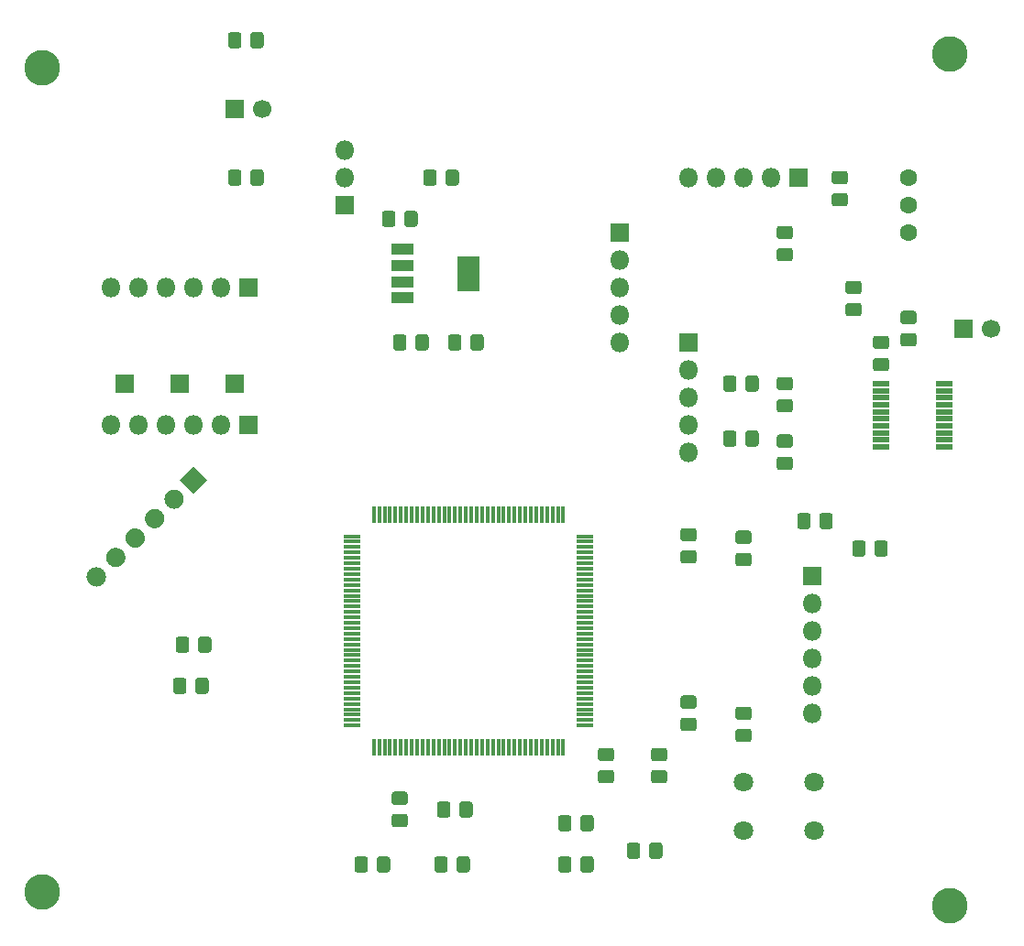
<source format=gbr>
%TF.GenerationSoftware,KiCad,Pcbnew,(5.1.6)-1*%
%TF.CreationDate,2020-10-23T19:33:20-04:00*%
%TF.ProjectId,ECE477,45434534-3737-42e6-9b69-6361645f7063,rev?*%
%TF.SameCoordinates,Original*%
%TF.FileFunction,Soldermask,Top*%
%TF.FilePolarity,Negative*%
%FSLAX46Y46*%
G04 Gerber Fmt 4.6, Leading zero omitted, Abs format (unit mm)*
G04 Created by KiCad (PCBNEW (5.1.6)-1) date 2020-10-23 19:33:20*
%MOMM*%
%LPD*%
G01*
G04 APERTURE LIST*
%ADD10O,1.800000X1.800000*%
%ADD11R,1.800000X1.800000*%
%ADD12R,1.575000X0.550000*%
%ADD13C,1.700000*%
%ADD14R,1.700000X1.700000*%
%ADD15C,3.300000*%
%ADD16C,0.100000*%
%ADD17R,1.573200X0.328600*%
%ADD18R,0.328600X1.573200*%
%ADD19C,1.800000*%
%ADD20C,1.600000*%
%ADD21R,2.000000X3.300000*%
%ADD22R,2.000000X1.000000*%
G04 APERTURE END LIST*
D10*
%TO.C,PWR_On1*%
X186690000Y-62230000D03*
X186690000Y-64770000D03*
D11*
X186690000Y-67310000D03*
%TD*%
%TO.C,R23*%
G36*
G01*
X238281738Y-79140000D02*
X239238262Y-79140000D01*
G75*
G02*
X239510000Y-79411738I0J-271738D01*
G01*
X239510000Y-80118262D01*
G75*
G02*
X239238262Y-80390000I-271738J0D01*
G01*
X238281738Y-80390000D01*
G75*
G02*
X238010000Y-80118262I0J271738D01*
G01*
X238010000Y-79411738D01*
G75*
G02*
X238281738Y-79140000I271738J0D01*
G01*
G37*
G36*
G01*
X238281738Y-77090000D02*
X239238262Y-77090000D01*
G75*
G02*
X239510000Y-77361738I0J-271738D01*
G01*
X239510000Y-78068262D01*
G75*
G02*
X239238262Y-78340000I-271738J0D01*
G01*
X238281738Y-78340000D01*
G75*
G02*
X238010000Y-78068262I0J271738D01*
G01*
X238010000Y-77361738D01*
G75*
G02*
X238281738Y-77090000I271738J0D01*
G01*
G37*
%TD*%
%TO.C,R22*%
G36*
G01*
X234795000Y-98581738D02*
X234795000Y-99538262D01*
G75*
G02*
X234523262Y-99810000I-271738J0D01*
G01*
X233816738Y-99810000D01*
G75*
G02*
X233545000Y-99538262I0J271738D01*
G01*
X233545000Y-98581738D01*
G75*
G02*
X233816738Y-98310000I271738J0D01*
G01*
X234523262Y-98310000D01*
G75*
G02*
X234795000Y-98581738I0J-271738D01*
G01*
G37*
G36*
G01*
X236845000Y-98581738D02*
X236845000Y-99538262D01*
G75*
G02*
X236573262Y-99810000I-271738J0D01*
G01*
X235866738Y-99810000D01*
G75*
G02*
X235595000Y-99538262I0J271738D01*
G01*
X235595000Y-98581738D01*
G75*
G02*
X235866738Y-98310000I271738J0D01*
G01*
X236573262Y-98310000D01*
G75*
G02*
X236845000Y-98581738I0J-271738D01*
G01*
G37*
%TD*%
%TO.C,R21*%
G36*
G01*
X223041738Y-99460000D02*
X223998262Y-99460000D01*
G75*
G02*
X224270000Y-99731738I0J-271738D01*
G01*
X224270000Y-100438262D01*
G75*
G02*
X223998262Y-100710000I-271738J0D01*
G01*
X223041738Y-100710000D01*
G75*
G02*
X222770000Y-100438262I0J271738D01*
G01*
X222770000Y-99731738D01*
G75*
G02*
X223041738Y-99460000I271738J0D01*
G01*
G37*
G36*
G01*
X223041738Y-97410000D02*
X223998262Y-97410000D01*
G75*
G02*
X224270000Y-97681738I0J-271738D01*
G01*
X224270000Y-98388262D01*
G75*
G02*
X223998262Y-98660000I-271738J0D01*
G01*
X223041738Y-98660000D01*
G75*
G02*
X222770000Y-98388262I0J271738D01*
G01*
X222770000Y-97681738D01*
G75*
G02*
X223041738Y-97410000I271738J0D01*
G01*
G37*
%TD*%
%TO.C,R20*%
G36*
G01*
X229715000Y-96041738D02*
X229715000Y-96998262D01*
G75*
G02*
X229443262Y-97270000I-271738J0D01*
G01*
X228736738Y-97270000D01*
G75*
G02*
X228465000Y-96998262I0J271738D01*
G01*
X228465000Y-96041738D01*
G75*
G02*
X228736738Y-95770000I271738J0D01*
G01*
X229443262Y-95770000D01*
G75*
G02*
X229715000Y-96041738I0J-271738D01*
G01*
G37*
G36*
G01*
X231765000Y-96041738D02*
X231765000Y-96998262D01*
G75*
G02*
X231493262Y-97270000I-271738J0D01*
G01*
X230786738Y-97270000D01*
G75*
G02*
X230515000Y-96998262I0J271738D01*
G01*
X230515000Y-96041738D01*
G75*
G02*
X230786738Y-95770000I271738J0D01*
G01*
X231493262Y-95770000D01*
G75*
G02*
X231765000Y-96041738I0J-271738D01*
G01*
G37*
%TD*%
%TO.C,R19*%
G36*
G01*
X217961738Y-99215000D02*
X218918262Y-99215000D01*
G75*
G02*
X219190000Y-99486738I0J-271738D01*
G01*
X219190000Y-100193262D01*
G75*
G02*
X218918262Y-100465000I-271738J0D01*
G01*
X217961738Y-100465000D01*
G75*
G02*
X217690000Y-100193262I0J271738D01*
G01*
X217690000Y-99486738D01*
G75*
G02*
X217961738Y-99215000I271738J0D01*
G01*
G37*
G36*
G01*
X217961738Y-97165000D02*
X218918262Y-97165000D01*
G75*
G02*
X219190000Y-97436738I0J-271738D01*
G01*
X219190000Y-98143262D01*
G75*
G02*
X218918262Y-98415000I-271738J0D01*
G01*
X217961738Y-98415000D01*
G75*
G02*
X217690000Y-98143262I0J271738D01*
G01*
X217690000Y-97436738D01*
G75*
G02*
X217961738Y-97165000I271738J0D01*
G01*
G37*
%TD*%
%TO.C,R17*%
G36*
G01*
X222875000Y-88421738D02*
X222875000Y-89378262D01*
G75*
G02*
X222603262Y-89650000I-271738J0D01*
G01*
X221896738Y-89650000D01*
G75*
G02*
X221625000Y-89378262I0J271738D01*
G01*
X221625000Y-88421738D01*
G75*
G02*
X221896738Y-88150000I271738J0D01*
G01*
X222603262Y-88150000D01*
G75*
G02*
X222875000Y-88421738I0J-271738D01*
G01*
G37*
G36*
G01*
X224925000Y-88421738D02*
X224925000Y-89378262D01*
G75*
G02*
X224653262Y-89650000I-271738J0D01*
G01*
X223946738Y-89650000D01*
G75*
G02*
X223675000Y-89378262I0J271738D01*
G01*
X223675000Y-88421738D01*
G75*
G02*
X223946738Y-88150000I271738J0D01*
G01*
X224653262Y-88150000D01*
G75*
G02*
X224925000Y-88421738I0J-271738D01*
G01*
G37*
%TD*%
%TO.C,R9*%
G36*
G01*
X222875000Y-83341738D02*
X222875000Y-84298262D01*
G75*
G02*
X222603262Y-84570000I-271738J0D01*
G01*
X221896738Y-84570000D01*
G75*
G02*
X221625000Y-84298262I0J271738D01*
G01*
X221625000Y-83341738D01*
G75*
G02*
X221896738Y-83070000I271738J0D01*
G01*
X222603262Y-83070000D01*
G75*
G02*
X222875000Y-83341738I0J-271738D01*
G01*
G37*
G36*
G01*
X224925000Y-83341738D02*
X224925000Y-84298262D01*
G75*
G02*
X224653262Y-84570000I-271738J0D01*
G01*
X223946738Y-84570000D01*
G75*
G02*
X223675000Y-84298262I0J271738D01*
G01*
X223675000Y-83341738D01*
G75*
G02*
X223946738Y-83070000I271738J0D01*
G01*
X224653262Y-83070000D01*
G75*
G02*
X224925000Y-83341738I0J-271738D01*
G01*
G37*
%TD*%
D12*
%TO.C,IC3*%
X236220000Y-89670000D03*
X236220000Y-89020000D03*
X236220000Y-88370000D03*
X236220000Y-87720000D03*
X236220000Y-87070000D03*
X236220000Y-86420000D03*
X236220000Y-85770000D03*
X236220000Y-85120000D03*
X236220000Y-84470000D03*
X236220000Y-83820000D03*
X242096000Y-83820000D03*
X242096000Y-84470000D03*
X242096000Y-85120000D03*
X242096000Y-85770000D03*
X242096000Y-86420000D03*
X242096000Y-87070000D03*
X242096000Y-87720000D03*
X242096000Y-88370000D03*
X242096000Y-89020000D03*
X242096000Y-89670000D03*
%TD*%
%TO.C,C9*%
G36*
G01*
X236698262Y-80635000D02*
X235741738Y-80635000D01*
G75*
G02*
X235470000Y-80363262I0J271738D01*
G01*
X235470000Y-79656738D01*
G75*
G02*
X235741738Y-79385000I271738J0D01*
G01*
X236698262Y-79385000D01*
G75*
G02*
X236970000Y-79656738I0J-271738D01*
G01*
X236970000Y-80363262D01*
G75*
G02*
X236698262Y-80635000I-271738J0D01*
G01*
G37*
G36*
G01*
X236698262Y-82685000D02*
X235741738Y-82685000D01*
G75*
G02*
X235470000Y-82413262I0J271738D01*
G01*
X235470000Y-81706738D01*
G75*
G02*
X235741738Y-81435000I271738J0D01*
G01*
X236698262Y-81435000D01*
G75*
G02*
X236970000Y-81706738I0J-271738D01*
G01*
X236970000Y-82413262D01*
G75*
G02*
X236698262Y-82685000I-271738J0D01*
G01*
G37*
%TD*%
D13*
%TO.C,C7*%
X246340000Y-78740000D03*
D14*
X243840000Y-78740000D03*
%TD*%
%TO.C,C5*%
G36*
G01*
X227808262Y-89770000D02*
X226851738Y-89770000D01*
G75*
G02*
X226580000Y-89498262I0J271738D01*
G01*
X226580000Y-88791738D01*
G75*
G02*
X226851738Y-88520000I271738J0D01*
G01*
X227808262Y-88520000D01*
G75*
G02*
X228080000Y-88791738I0J-271738D01*
G01*
X228080000Y-89498262D01*
G75*
G02*
X227808262Y-89770000I-271738J0D01*
G01*
G37*
G36*
G01*
X227808262Y-91820000D02*
X226851738Y-91820000D01*
G75*
G02*
X226580000Y-91548262I0J271738D01*
G01*
X226580000Y-90841738D01*
G75*
G02*
X226851738Y-90570000I271738J0D01*
G01*
X227808262Y-90570000D01*
G75*
G02*
X228080000Y-90841738I0J-271738D01*
G01*
X228080000Y-91548262D01*
G75*
G02*
X227808262Y-91820000I-271738J0D01*
G01*
G37*
%TD*%
%TO.C,C3*%
G36*
G01*
X227808262Y-84445000D02*
X226851738Y-84445000D01*
G75*
G02*
X226580000Y-84173262I0J271738D01*
G01*
X226580000Y-83466738D01*
G75*
G02*
X226851738Y-83195000I271738J0D01*
G01*
X227808262Y-83195000D01*
G75*
G02*
X228080000Y-83466738I0J-271738D01*
G01*
X228080000Y-84173262D01*
G75*
G02*
X227808262Y-84445000I-271738J0D01*
G01*
G37*
G36*
G01*
X227808262Y-86495000D02*
X226851738Y-86495000D01*
G75*
G02*
X226580000Y-86223262I0J271738D01*
G01*
X226580000Y-85516738D01*
G75*
G02*
X226851738Y-85245000I271738J0D01*
G01*
X227808262Y-85245000D01*
G75*
G02*
X228080000Y-85516738I0J-271738D01*
G01*
X228080000Y-86223262D01*
G75*
G02*
X227808262Y-86495000I-271738J0D01*
G01*
G37*
%TD*%
D11*
%TO.C,USART1_GND1*%
X176530000Y-83820000D03*
%TD*%
%TO.C,USART3_GND1*%
X171450000Y-83820000D03*
%TD*%
%TO.C,USART6_GND1*%
X166370000Y-83820000D03*
%TD*%
D15*
%TO.C,H4*%
X242570000Y-53340000D03*
%TD*%
%TO.C,H3*%
X242570000Y-132080000D03*
%TD*%
%TO.C,H2*%
X158750000Y-130810000D03*
%TD*%
%TO.C,H1*%
X158750000Y-54610000D03*
%TD*%
D10*
%TO.C,Pinout1*%
X229870000Y-114300000D03*
X229870000Y-111760000D03*
X229870000Y-109220000D03*
X229870000Y-106680000D03*
X229870000Y-104140000D03*
D11*
X229870000Y-101600000D03*
%TD*%
%TO.C,C31*%
G36*
G01*
X177955000Y-52548262D02*
X177955000Y-51591738D01*
G75*
G02*
X178226738Y-51320000I271738J0D01*
G01*
X178933262Y-51320000D01*
G75*
G02*
X179205000Y-51591738I0J-271738D01*
G01*
X179205000Y-52548262D01*
G75*
G02*
X178933262Y-52820000I-271738J0D01*
G01*
X178226738Y-52820000D01*
G75*
G02*
X177955000Y-52548262I0J271738D01*
G01*
G37*
G36*
G01*
X175905000Y-52548262D02*
X175905000Y-51591738D01*
G75*
G02*
X176176738Y-51320000I271738J0D01*
G01*
X176883262Y-51320000D01*
G75*
G02*
X177155000Y-51591738I0J-271738D01*
G01*
X177155000Y-52548262D01*
G75*
G02*
X176883262Y-52820000I-271738J0D01*
G01*
X176176738Y-52820000D01*
G75*
G02*
X175905000Y-52548262I0J271738D01*
G01*
G37*
%TD*%
%TO.C,C24*%
G36*
G01*
X177955000Y-65248262D02*
X177955000Y-64291738D01*
G75*
G02*
X178226738Y-64020000I271738J0D01*
G01*
X178933262Y-64020000D01*
G75*
G02*
X179205000Y-64291738I0J-271738D01*
G01*
X179205000Y-65248262D01*
G75*
G02*
X178933262Y-65520000I-271738J0D01*
G01*
X178226738Y-65520000D01*
G75*
G02*
X177955000Y-65248262I0J271738D01*
G01*
G37*
G36*
G01*
X175905000Y-65248262D02*
X175905000Y-64291738D01*
G75*
G02*
X176176738Y-64020000I271738J0D01*
G01*
X176883262Y-64020000D01*
G75*
G02*
X177155000Y-64291738I0J-271738D01*
G01*
X177155000Y-65248262D01*
G75*
G02*
X176883262Y-65520000I-271738J0D01*
G01*
X176176738Y-65520000D01*
G75*
G02*
X175905000Y-65248262I0J271738D01*
G01*
G37*
%TD*%
D13*
%TO.C,C1*%
X179030000Y-58420000D03*
D14*
X176530000Y-58420000D03*
%TD*%
D10*
%TO.C,JTAG/SWD1*%
X165100000Y-74930000D03*
X167640000Y-74930000D03*
X170180000Y-74930000D03*
X172720000Y-74930000D03*
X175260000Y-74930000D03*
D11*
X177800000Y-74930000D03*
%TD*%
%TO.C,PWM1*%
G36*
G01*
X163103348Y-101053860D02*
X163103348Y-101053860D01*
G75*
G02*
X164376140Y-101053860I636396J-636396D01*
G01*
X164376140Y-101053860D01*
G75*
G02*
X164376140Y-102326652I-636396J-636396D01*
G01*
X164376140Y-102326652D01*
G75*
G02*
X163103348Y-102326652I-636396J636396D01*
G01*
X163103348Y-102326652D01*
G75*
G02*
X163103348Y-101053860I636396J636396D01*
G01*
G37*
G36*
G01*
X164899399Y-99257809D02*
X164899399Y-99257809D01*
G75*
G02*
X166172191Y-99257809I636396J-636396D01*
G01*
X166172191Y-99257809D01*
G75*
G02*
X166172191Y-100530601I-636396J-636396D01*
G01*
X166172191Y-100530601D01*
G75*
G02*
X164899399Y-100530601I-636396J636396D01*
G01*
X164899399Y-100530601D01*
G75*
G02*
X164899399Y-99257809I636396J636396D01*
G01*
G37*
G36*
G01*
X166695450Y-97461758D02*
X166695450Y-97461758D01*
G75*
G02*
X167968242Y-97461758I636396J-636396D01*
G01*
X167968242Y-97461758D01*
G75*
G02*
X167968242Y-98734550I-636396J-636396D01*
G01*
X167968242Y-98734550D01*
G75*
G02*
X166695450Y-98734550I-636396J636396D01*
G01*
X166695450Y-98734550D01*
G75*
G02*
X166695450Y-97461758I636396J636396D01*
G01*
G37*
G36*
G01*
X168491502Y-95665706D02*
X168491502Y-95665706D01*
G75*
G02*
X169764294Y-95665706I636396J-636396D01*
G01*
X169764294Y-95665706D01*
G75*
G02*
X169764294Y-96938498I-636396J-636396D01*
G01*
X169764294Y-96938498D01*
G75*
G02*
X168491502Y-96938498I-636396J636396D01*
G01*
X168491502Y-96938498D01*
G75*
G02*
X168491502Y-95665706I636396J636396D01*
G01*
G37*
G36*
G01*
X170287553Y-93869655D02*
X170287553Y-93869655D01*
G75*
G02*
X171560345Y-93869655I636396J-636396D01*
G01*
X171560345Y-93869655D01*
G75*
G02*
X171560345Y-95142447I-636396J-636396D01*
G01*
X171560345Y-95142447D01*
G75*
G02*
X170287553Y-95142447I-636396J636396D01*
G01*
X170287553Y-95142447D01*
G75*
G02*
X170287553Y-93869655I636396J636396D01*
G01*
G37*
D16*
G36*
X171447208Y-92710000D02*
G01*
X172720000Y-91437208D01*
X173992792Y-92710000D01*
X172720000Y-93982792D01*
X171447208Y-92710000D01*
G37*
%TD*%
D10*
%TO.C,USART1*%
X165100000Y-87630000D03*
X167640000Y-87630000D03*
X170180000Y-87630000D03*
X172720000Y-87630000D03*
X175260000Y-87630000D03*
D11*
X177800000Y-87630000D03*
%TD*%
D10*
%TO.C,GNDs1*%
X212090000Y-80010000D03*
X212090000Y-77470000D03*
X212090000Y-74930000D03*
X212090000Y-72390000D03*
D11*
X212090000Y-69850000D03*
%TD*%
D10*
%TO.C,Cell_In1*%
X218440000Y-90170000D03*
X218440000Y-87630000D03*
X218440000Y-85090000D03*
X218440000Y-82550000D03*
D11*
X218440000Y-80010000D03*
%TD*%
D10*
%TO.C,PWR_Out1*%
X218440000Y-64770000D03*
X220980000Y-64770000D03*
X223520000Y-64770000D03*
X226060000Y-64770000D03*
D11*
X228600000Y-64770000D03*
%TD*%
%TO.C,R5*%
G36*
G01*
X188830000Y-127791738D02*
X188830000Y-128748262D01*
G75*
G02*
X188558262Y-129020000I-271738J0D01*
G01*
X187851738Y-129020000D01*
G75*
G02*
X187580000Y-128748262I0J271738D01*
G01*
X187580000Y-127791738D01*
G75*
G02*
X187851738Y-127520000I271738J0D01*
G01*
X188558262Y-127520000D01*
G75*
G02*
X188830000Y-127791738I0J-271738D01*
G01*
G37*
G36*
G01*
X190880000Y-127791738D02*
X190880000Y-128748262D01*
G75*
G02*
X190608262Y-129020000I-271738J0D01*
G01*
X189901738Y-129020000D01*
G75*
G02*
X189630000Y-128748262I0J271738D01*
G01*
X189630000Y-127791738D01*
G75*
G02*
X189901738Y-127520000I271738J0D01*
G01*
X190608262Y-127520000D01*
G75*
G02*
X190880000Y-127791738I0J-271738D01*
G01*
G37*
%TD*%
%TO.C,R8*%
G36*
G01*
X172875000Y-112238262D02*
X172875000Y-111281738D01*
G75*
G02*
X173146738Y-111010000I271738J0D01*
G01*
X173853262Y-111010000D01*
G75*
G02*
X174125000Y-111281738I0J-271738D01*
G01*
X174125000Y-112238262D01*
G75*
G02*
X173853262Y-112510000I-271738J0D01*
G01*
X173146738Y-112510000D01*
G75*
G02*
X172875000Y-112238262I0J271738D01*
G01*
G37*
G36*
G01*
X170825000Y-112238262D02*
X170825000Y-111281738D01*
G75*
G02*
X171096738Y-111010000I271738J0D01*
G01*
X171803262Y-111010000D01*
G75*
G02*
X172075000Y-111281738I0J-271738D01*
G01*
X172075000Y-112238262D01*
G75*
G02*
X171803262Y-112510000I-271738J0D01*
G01*
X171096738Y-112510000D01*
G75*
G02*
X170825000Y-112238262I0J271738D01*
G01*
G37*
%TD*%
D17*
%TO.C,U1*%
X187401200Y-115430000D03*
X187401200Y-114930001D03*
X187401200Y-114430000D03*
X187401200Y-113930001D03*
X187401200Y-113429999D03*
X187401200Y-112930000D03*
X187401200Y-112430001D03*
X187401200Y-111930000D03*
X187401200Y-111430001D03*
X187401200Y-110929999D03*
X187401200Y-110430000D03*
X187401200Y-109930001D03*
X187401200Y-109430000D03*
X187401200Y-108930001D03*
X187401200Y-108429999D03*
X187401200Y-107930000D03*
X187401200Y-107430001D03*
X187401200Y-106930000D03*
X187401200Y-106430000D03*
X187401200Y-105929999D03*
X187401200Y-105430000D03*
X187401200Y-104930001D03*
X187401200Y-104429999D03*
X187401200Y-103930000D03*
X187401200Y-103429999D03*
X187401200Y-102930000D03*
X187401200Y-102430001D03*
X187401200Y-101929999D03*
X187401200Y-101430000D03*
X187401200Y-100929999D03*
X187401200Y-100430000D03*
X187401200Y-99930001D03*
X187401200Y-99429999D03*
X187401200Y-98930000D03*
X187401200Y-98429999D03*
X187401200Y-97930000D03*
D18*
X189370000Y-95961200D03*
X189869999Y-95961200D03*
X190370000Y-95961200D03*
X190869999Y-95961200D03*
X191370001Y-95961200D03*
X191870000Y-95961200D03*
X192369999Y-95961200D03*
X192870000Y-95961200D03*
X193369999Y-95961200D03*
X193870001Y-95961200D03*
X194370000Y-95961200D03*
X194869999Y-95961200D03*
X195370000Y-95961200D03*
X195869999Y-95961200D03*
X196370001Y-95961200D03*
X196870000Y-95961200D03*
X197369999Y-95961200D03*
X197870000Y-95961200D03*
X198370000Y-95961200D03*
X198870001Y-95961200D03*
X199370000Y-95961200D03*
X199869999Y-95961200D03*
X200370001Y-95961200D03*
X200870000Y-95961200D03*
X201370001Y-95961200D03*
X201870000Y-95961200D03*
X202369999Y-95961200D03*
X202870001Y-95961200D03*
X203370000Y-95961200D03*
X203870001Y-95961200D03*
X204370000Y-95961200D03*
X204869999Y-95961200D03*
X205370001Y-95961200D03*
X205870000Y-95961200D03*
X206370001Y-95961200D03*
X206870000Y-95961200D03*
D17*
X208838800Y-97930000D03*
X208838800Y-98429999D03*
X208838800Y-98930000D03*
X208838800Y-99429999D03*
X208838800Y-99930001D03*
X208838800Y-100430000D03*
X208838800Y-100929999D03*
X208838800Y-101430000D03*
X208838800Y-101929999D03*
X208838800Y-102430001D03*
X208838800Y-102930000D03*
X208838800Y-103429999D03*
X208838800Y-103930000D03*
X208838800Y-104429999D03*
X208838800Y-104930001D03*
X208838800Y-105430000D03*
X208838800Y-105929999D03*
X208838800Y-106430000D03*
X208838800Y-106930000D03*
X208838800Y-107430001D03*
X208838800Y-107930000D03*
X208838800Y-108429999D03*
X208838800Y-108930001D03*
X208838800Y-109430000D03*
X208838800Y-109930001D03*
X208838800Y-110430000D03*
X208838800Y-110929999D03*
X208838800Y-111430001D03*
X208838800Y-111930000D03*
X208838800Y-112430001D03*
X208838800Y-112930000D03*
X208838800Y-113429999D03*
X208838800Y-113930001D03*
X208838800Y-114430000D03*
X208838800Y-114930001D03*
X208838800Y-115430000D03*
D18*
X206870000Y-117398800D03*
X206369999Y-117398800D03*
X205870000Y-117398800D03*
X205370001Y-117398800D03*
X204869999Y-117398800D03*
X204370000Y-117398800D03*
X203869999Y-117398800D03*
X203370000Y-117398800D03*
X202870001Y-117398800D03*
X202369999Y-117398800D03*
X201870000Y-117398800D03*
X201369999Y-117398800D03*
X200870000Y-117398800D03*
X200370001Y-117398800D03*
X199869999Y-117398800D03*
X199370000Y-117398800D03*
X198869998Y-117398800D03*
X198370000Y-117398800D03*
X197870000Y-117398800D03*
X197369999Y-117398800D03*
X196870000Y-117398800D03*
X196370001Y-117398800D03*
X195869999Y-117398800D03*
X195370000Y-117398800D03*
X194869999Y-117398800D03*
X194370000Y-117398800D03*
X193870001Y-117398800D03*
X193369999Y-117398800D03*
X192870000Y-117398800D03*
X192369999Y-117398800D03*
X191870000Y-117398800D03*
X191370001Y-117398800D03*
X190869999Y-117398800D03*
X190370000Y-117398800D03*
X189869999Y-117398800D03*
X189370000Y-117398800D03*
%TD*%
D19*
%TO.C,SW1*%
X223520000Y-120650000D03*
X230020000Y-120650000D03*
X223520000Y-125150000D03*
X230020000Y-125150000D03*
%TD*%
%TO.C,R13*%
G36*
G01*
X193195000Y-80488262D02*
X193195000Y-79531738D01*
G75*
G02*
X193466738Y-79260000I271738J0D01*
G01*
X194173262Y-79260000D01*
G75*
G02*
X194445000Y-79531738I0J-271738D01*
G01*
X194445000Y-80488262D01*
G75*
G02*
X194173262Y-80760000I-271738J0D01*
G01*
X193466738Y-80760000D01*
G75*
G02*
X193195000Y-80488262I0J271738D01*
G01*
G37*
G36*
G01*
X191145000Y-80488262D02*
X191145000Y-79531738D01*
G75*
G02*
X191416738Y-79260000I271738J0D01*
G01*
X192123262Y-79260000D01*
G75*
G02*
X192395000Y-79531738I0J-271738D01*
G01*
X192395000Y-80488262D01*
G75*
G02*
X192123262Y-80760000I-271738J0D01*
G01*
X191416738Y-80760000D01*
G75*
G02*
X191145000Y-80488262I0J271738D01*
G01*
G37*
%TD*%
%TO.C,R12*%
G36*
G01*
X191370000Y-68101738D02*
X191370000Y-69058262D01*
G75*
G02*
X191098262Y-69330000I-271738J0D01*
G01*
X190391738Y-69330000D01*
G75*
G02*
X190120000Y-69058262I0J271738D01*
G01*
X190120000Y-68101738D01*
G75*
G02*
X190391738Y-67830000I271738J0D01*
G01*
X191098262Y-67830000D01*
G75*
G02*
X191370000Y-68101738I0J-271738D01*
G01*
G37*
G36*
G01*
X193420000Y-68101738D02*
X193420000Y-69058262D01*
G75*
G02*
X193148262Y-69330000I-271738J0D01*
G01*
X192441738Y-69330000D01*
G75*
G02*
X192170000Y-69058262I0J271738D01*
G01*
X192170000Y-68101738D01*
G75*
G02*
X192441738Y-67830000I271738J0D01*
G01*
X193148262Y-67830000D01*
G75*
G02*
X193420000Y-68101738I0J-271738D01*
G01*
G37*
%TD*%
%TO.C,R4*%
G36*
G01*
X173120000Y-108428262D02*
X173120000Y-107471738D01*
G75*
G02*
X173391738Y-107200000I271738J0D01*
G01*
X174098262Y-107200000D01*
G75*
G02*
X174370000Y-107471738I0J-271738D01*
G01*
X174370000Y-108428262D01*
G75*
G02*
X174098262Y-108700000I-271738J0D01*
G01*
X173391738Y-108700000D01*
G75*
G02*
X173120000Y-108428262I0J271738D01*
G01*
G37*
G36*
G01*
X171070000Y-108428262D02*
X171070000Y-107471738D01*
G75*
G02*
X171341738Y-107200000I271738J0D01*
G01*
X172048262Y-107200000D01*
G75*
G02*
X172320000Y-107471738I0J-271738D01*
G01*
X172320000Y-108428262D01*
G75*
G02*
X172048262Y-108700000I-271738J0D01*
G01*
X171341738Y-108700000D01*
G75*
G02*
X171070000Y-108428262I0J271738D01*
G01*
G37*
%TD*%
%TO.C,R3*%
G36*
G01*
X223998262Y-114925000D02*
X223041738Y-114925000D01*
G75*
G02*
X222770000Y-114653262I0J271738D01*
G01*
X222770000Y-113946738D01*
G75*
G02*
X223041738Y-113675000I271738J0D01*
G01*
X223998262Y-113675000D01*
G75*
G02*
X224270000Y-113946738I0J-271738D01*
G01*
X224270000Y-114653262D01*
G75*
G02*
X223998262Y-114925000I-271738J0D01*
G01*
G37*
G36*
G01*
X223998262Y-116975000D02*
X223041738Y-116975000D01*
G75*
G02*
X222770000Y-116703262I0J271738D01*
G01*
X222770000Y-115996738D01*
G75*
G02*
X223041738Y-115725000I271738J0D01*
G01*
X223998262Y-115725000D01*
G75*
G02*
X224270000Y-115996738I0J-271738D01*
G01*
X224270000Y-116703262D01*
G75*
G02*
X223998262Y-116975000I-271738J0D01*
G01*
G37*
%TD*%
%TO.C,R2*%
G36*
G01*
X213985000Y-126521738D02*
X213985000Y-127478262D01*
G75*
G02*
X213713262Y-127750000I-271738J0D01*
G01*
X213006738Y-127750000D01*
G75*
G02*
X212735000Y-127478262I0J271738D01*
G01*
X212735000Y-126521738D01*
G75*
G02*
X213006738Y-126250000I271738J0D01*
G01*
X213713262Y-126250000D01*
G75*
G02*
X213985000Y-126521738I0J-271738D01*
G01*
G37*
G36*
G01*
X216035000Y-126521738D02*
X216035000Y-127478262D01*
G75*
G02*
X215763262Y-127750000I-271738J0D01*
G01*
X215056738Y-127750000D01*
G75*
G02*
X214785000Y-127478262I0J271738D01*
G01*
X214785000Y-126521738D01*
G75*
G02*
X215056738Y-126250000I271738J0D01*
G01*
X215763262Y-126250000D01*
G75*
G02*
X216035000Y-126521738I0J-271738D01*
G01*
G37*
%TD*%
%TO.C,R1*%
G36*
G01*
X217961738Y-114700000D02*
X218918262Y-114700000D01*
G75*
G02*
X219190000Y-114971738I0J-271738D01*
G01*
X219190000Y-115678262D01*
G75*
G02*
X218918262Y-115950000I-271738J0D01*
G01*
X217961738Y-115950000D01*
G75*
G02*
X217690000Y-115678262I0J271738D01*
G01*
X217690000Y-114971738D01*
G75*
G02*
X217961738Y-114700000I271738J0D01*
G01*
G37*
G36*
G01*
X217961738Y-112650000D02*
X218918262Y-112650000D01*
G75*
G02*
X219190000Y-112921738I0J-271738D01*
G01*
X219190000Y-113628262D01*
G75*
G02*
X218918262Y-113900000I-271738J0D01*
G01*
X217961738Y-113900000D01*
G75*
G02*
X217690000Y-113628262I0J271738D01*
G01*
X217690000Y-112921738D01*
G75*
G02*
X217961738Y-112650000I271738J0D01*
G01*
G37*
%TD*%
D20*
%TO.C,J1*%
X238760000Y-64770000D03*
X238760000Y-67310000D03*
X238760000Y-69850000D03*
%TD*%
D21*
%TO.C,IC1*%
X198120000Y-73660000D03*
D22*
X192020000Y-75910000D03*
X192020000Y-74410000D03*
X192020000Y-72910000D03*
X192020000Y-71410000D03*
%TD*%
%TO.C,C36*%
G36*
G01*
X231931738Y-66195000D02*
X232888262Y-66195000D01*
G75*
G02*
X233160000Y-66466738I0J-271738D01*
G01*
X233160000Y-67173262D01*
G75*
G02*
X232888262Y-67445000I-271738J0D01*
G01*
X231931738Y-67445000D01*
G75*
G02*
X231660000Y-67173262I0J271738D01*
G01*
X231660000Y-66466738D01*
G75*
G02*
X231931738Y-66195000I271738J0D01*
G01*
G37*
G36*
G01*
X231931738Y-64145000D02*
X232888262Y-64145000D01*
G75*
G02*
X233160000Y-64416738I0J-271738D01*
G01*
X233160000Y-65123262D01*
G75*
G02*
X232888262Y-65395000I-271738J0D01*
G01*
X231931738Y-65395000D01*
G75*
G02*
X231660000Y-65123262I0J271738D01*
G01*
X231660000Y-64416738D01*
G75*
G02*
X231931738Y-64145000I271738J0D01*
G01*
G37*
%TD*%
%TO.C,C35*%
G36*
G01*
X234158262Y-75555000D02*
X233201738Y-75555000D01*
G75*
G02*
X232930000Y-75283262I0J271738D01*
G01*
X232930000Y-74576738D01*
G75*
G02*
X233201738Y-74305000I271738J0D01*
G01*
X234158262Y-74305000D01*
G75*
G02*
X234430000Y-74576738I0J-271738D01*
G01*
X234430000Y-75283262D01*
G75*
G02*
X234158262Y-75555000I-271738J0D01*
G01*
G37*
G36*
G01*
X234158262Y-77605000D02*
X233201738Y-77605000D01*
G75*
G02*
X232930000Y-77333262I0J271738D01*
G01*
X232930000Y-76626738D01*
G75*
G02*
X233201738Y-76355000I271738J0D01*
G01*
X234158262Y-76355000D01*
G75*
G02*
X234430000Y-76626738I0J-271738D01*
G01*
X234430000Y-77333262D01*
G75*
G02*
X234158262Y-77605000I-271738J0D01*
G01*
G37*
%TD*%
%TO.C,C34*%
G36*
G01*
X227808262Y-70475000D02*
X226851738Y-70475000D01*
G75*
G02*
X226580000Y-70203262I0J271738D01*
G01*
X226580000Y-69496738D01*
G75*
G02*
X226851738Y-69225000I271738J0D01*
G01*
X227808262Y-69225000D01*
G75*
G02*
X228080000Y-69496738I0J-271738D01*
G01*
X228080000Y-70203262D01*
G75*
G02*
X227808262Y-70475000I-271738J0D01*
G01*
G37*
G36*
G01*
X227808262Y-72525000D02*
X226851738Y-72525000D01*
G75*
G02*
X226580000Y-72253262I0J271738D01*
G01*
X226580000Y-71546738D01*
G75*
G02*
X226851738Y-71275000I271738J0D01*
G01*
X227808262Y-71275000D01*
G75*
G02*
X228080000Y-71546738I0J-271738D01*
G01*
X228080000Y-72253262D01*
G75*
G02*
X227808262Y-72525000I-271738J0D01*
G01*
G37*
%TD*%
%TO.C,C29*%
G36*
G01*
X198275000Y-80488262D02*
X198275000Y-79531738D01*
G75*
G02*
X198546738Y-79260000I271738J0D01*
G01*
X199253262Y-79260000D01*
G75*
G02*
X199525000Y-79531738I0J-271738D01*
G01*
X199525000Y-80488262D01*
G75*
G02*
X199253262Y-80760000I-271738J0D01*
G01*
X198546738Y-80760000D01*
G75*
G02*
X198275000Y-80488262I0J271738D01*
G01*
G37*
G36*
G01*
X196225000Y-80488262D02*
X196225000Y-79531738D01*
G75*
G02*
X196496738Y-79260000I271738J0D01*
G01*
X197203262Y-79260000D01*
G75*
G02*
X197475000Y-79531738I0J-271738D01*
G01*
X197475000Y-80488262D01*
G75*
G02*
X197203262Y-80760000I-271738J0D01*
G01*
X196496738Y-80760000D01*
G75*
G02*
X196225000Y-80488262I0J271738D01*
G01*
G37*
%TD*%
%TO.C,C28*%
G36*
G01*
X195980000Y-65248262D02*
X195980000Y-64291738D01*
G75*
G02*
X196251738Y-64020000I271738J0D01*
G01*
X196958262Y-64020000D01*
G75*
G02*
X197230000Y-64291738I0J-271738D01*
G01*
X197230000Y-65248262D01*
G75*
G02*
X196958262Y-65520000I-271738J0D01*
G01*
X196251738Y-65520000D01*
G75*
G02*
X195980000Y-65248262I0J271738D01*
G01*
G37*
G36*
G01*
X193930000Y-65248262D02*
X193930000Y-64291738D01*
G75*
G02*
X194201738Y-64020000I271738J0D01*
G01*
X194908262Y-64020000D01*
G75*
G02*
X195180000Y-64291738I0J-271738D01*
G01*
X195180000Y-65248262D01*
G75*
G02*
X194908262Y-65520000I-271738J0D01*
G01*
X194201738Y-65520000D01*
G75*
G02*
X193930000Y-65248262I0J271738D01*
G01*
G37*
%TD*%
%TO.C,C21*%
G36*
G01*
X196450000Y-122711738D02*
X196450000Y-123668262D01*
G75*
G02*
X196178262Y-123940000I-271738J0D01*
G01*
X195471738Y-123940000D01*
G75*
G02*
X195200000Y-123668262I0J271738D01*
G01*
X195200000Y-122711738D01*
G75*
G02*
X195471738Y-122440000I271738J0D01*
G01*
X196178262Y-122440000D01*
G75*
G02*
X196450000Y-122711738I0J-271738D01*
G01*
G37*
G36*
G01*
X198500000Y-122711738D02*
X198500000Y-123668262D01*
G75*
G02*
X198228262Y-123940000I-271738J0D01*
G01*
X197521738Y-123940000D01*
G75*
G02*
X197250000Y-123668262I0J271738D01*
G01*
X197250000Y-122711738D01*
G75*
G02*
X197521738Y-122440000I271738J0D01*
G01*
X198228262Y-122440000D01*
G75*
G02*
X198500000Y-122711738I0J-271738D01*
G01*
G37*
%TD*%
%TO.C,C20*%
G36*
G01*
X196205000Y-127791738D02*
X196205000Y-128748262D01*
G75*
G02*
X195933262Y-129020000I-271738J0D01*
G01*
X195226738Y-129020000D01*
G75*
G02*
X194955000Y-128748262I0J271738D01*
G01*
X194955000Y-127791738D01*
G75*
G02*
X195226738Y-127520000I271738J0D01*
G01*
X195933262Y-127520000D01*
G75*
G02*
X196205000Y-127791738I0J-271738D01*
G01*
G37*
G36*
G01*
X198255000Y-127791738D02*
X198255000Y-128748262D01*
G75*
G02*
X197983262Y-129020000I-271738J0D01*
G01*
X197276738Y-129020000D01*
G75*
G02*
X197005000Y-128748262I0J271738D01*
G01*
X197005000Y-127791738D01*
G75*
G02*
X197276738Y-127520000I271738J0D01*
G01*
X197983262Y-127520000D01*
G75*
G02*
X198255000Y-127791738I0J-271738D01*
G01*
G37*
%TD*%
%TO.C,C19*%
G36*
G01*
X208435000Y-128748262D02*
X208435000Y-127791738D01*
G75*
G02*
X208706738Y-127520000I271738J0D01*
G01*
X209413262Y-127520000D01*
G75*
G02*
X209685000Y-127791738I0J-271738D01*
G01*
X209685000Y-128748262D01*
G75*
G02*
X209413262Y-129020000I-271738J0D01*
G01*
X208706738Y-129020000D01*
G75*
G02*
X208435000Y-128748262I0J271738D01*
G01*
G37*
G36*
G01*
X206385000Y-128748262D02*
X206385000Y-127791738D01*
G75*
G02*
X206656738Y-127520000I271738J0D01*
G01*
X207363262Y-127520000D01*
G75*
G02*
X207635000Y-127791738I0J-271738D01*
G01*
X207635000Y-128748262D01*
G75*
G02*
X207363262Y-129020000I-271738J0D01*
G01*
X206656738Y-129020000D01*
G75*
G02*
X206385000Y-128748262I0J271738D01*
G01*
G37*
%TD*%
%TO.C,C18*%
G36*
G01*
X208435000Y-124938262D02*
X208435000Y-123981738D01*
G75*
G02*
X208706738Y-123710000I271738J0D01*
G01*
X209413262Y-123710000D01*
G75*
G02*
X209685000Y-123981738I0J-271738D01*
G01*
X209685000Y-124938262D01*
G75*
G02*
X209413262Y-125210000I-271738J0D01*
G01*
X208706738Y-125210000D01*
G75*
G02*
X208435000Y-124938262I0J271738D01*
G01*
G37*
G36*
G01*
X206385000Y-124938262D02*
X206385000Y-123981738D01*
G75*
G02*
X206656738Y-123710000I271738J0D01*
G01*
X207363262Y-123710000D01*
G75*
G02*
X207635000Y-123981738I0J-271738D01*
G01*
X207635000Y-124938262D01*
G75*
G02*
X207363262Y-125210000I-271738J0D01*
G01*
X206656738Y-125210000D01*
G75*
G02*
X206385000Y-124938262I0J271738D01*
G01*
G37*
%TD*%
%TO.C,C17*%
G36*
G01*
X215241738Y-119535000D02*
X216198262Y-119535000D01*
G75*
G02*
X216470000Y-119806738I0J-271738D01*
G01*
X216470000Y-120513262D01*
G75*
G02*
X216198262Y-120785000I-271738J0D01*
G01*
X215241738Y-120785000D01*
G75*
G02*
X214970000Y-120513262I0J271738D01*
G01*
X214970000Y-119806738D01*
G75*
G02*
X215241738Y-119535000I271738J0D01*
G01*
G37*
G36*
G01*
X215241738Y-117485000D02*
X216198262Y-117485000D01*
G75*
G02*
X216470000Y-117756738I0J-271738D01*
G01*
X216470000Y-118463262D01*
G75*
G02*
X216198262Y-118735000I-271738J0D01*
G01*
X215241738Y-118735000D01*
G75*
G02*
X214970000Y-118463262I0J271738D01*
G01*
X214970000Y-117756738D01*
G75*
G02*
X215241738Y-117485000I271738J0D01*
G01*
G37*
%TD*%
%TO.C,C16*%
G36*
G01*
X210341738Y-119535000D02*
X211298262Y-119535000D01*
G75*
G02*
X211570000Y-119806738I0J-271738D01*
G01*
X211570000Y-120513262D01*
G75*
G02*
X211298262Y-120785000I-271738J0D01*
G01*
X210341738Y-120785000D01*
G75*
G02*
X210070000Y-120513262I0J271738D01*
G01*
X210070000Y-119806738D01*
G75*
G02*
X210341738Y-119535000I271738J0D01*
G01*
G37*
G36*
G01*
X210341738Y-117485000D02*
X211298262Y-117485000D01*
G75*
G02*
X211570000Y-117756738I0J-271738D01*
G01*
X211570000Y-118463262D01*
G75*
G02*
X211298262Y-118735000I-271738J0D01*
G01*
X210341738Y-118735000D01*
G75*
G02*
X210070000Y-118463262I0J271738D01*
G01*
X210070000Y-117756738D01*
G75*
G02*
X210341738Y-117485000I271738J0D01*
G01*
G37*
%TD*%
%TO.C,C15*%
G36*
G01*
X191291738Y-123590000D02*
X192248262Y-123590000D01*
G75*
G02*
X192520000Y-123861738I0J-271738D01*
G01*
X192520000Y-124568262D01*
G75*
G02*
X192248262Y-124840000I-271738J0D01*
G01*
X191291738Y-124840000D01*
G75*
G02*
X191020000Y-124568262I0J271738D01*
G01*
X191020000Y-123861738D01*
G75*
G02*
X191291738Y-123590000I271738J0D01*
G01*
G37*
G36*
G01*
X191291738Y-121540000D02*
X192248262Y-121540000D01*
G75*
G02*
X192520000Y-121811738I0J-271738D01*
G01*
X192520000Y-122518262D01*
G75*
G02*
X192248262Y-122790000I-271738J0D01*
G01*
X191291738Y-122790000D01*
G75*
G02*
X191020000Y-122518262I0J271738D01*
G01*
X191020000Y-121811738D01*
G75*
G02*
X191291738Y-121540000I271738J0D01*
G01*
G37*
%TD*%
M02*

</source>
